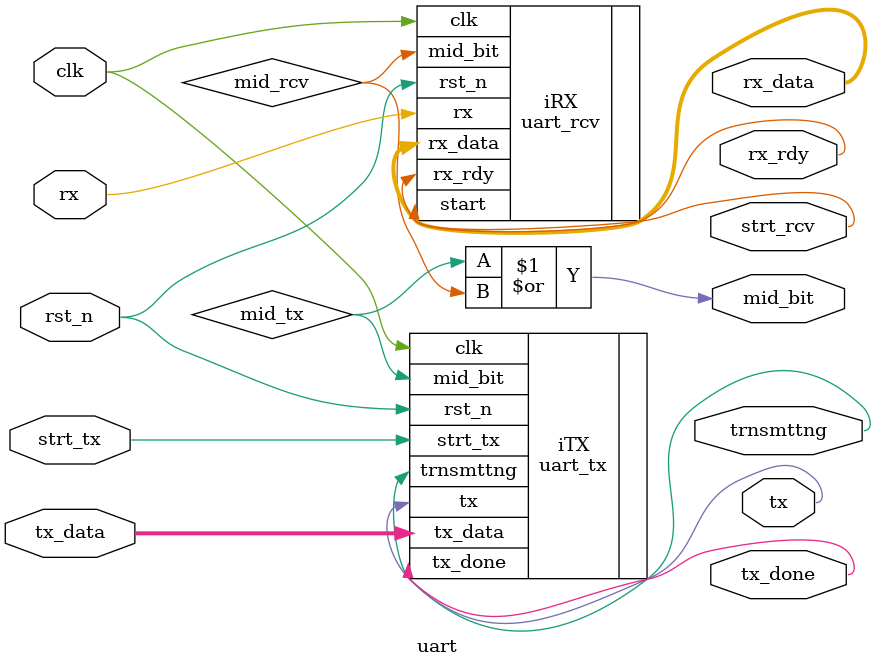
<source format=v>
module uart(clk,rst_n,rx,tx,rx_rdy,rx_data, strt_tx,tx_data,tx_done,mid_bit,trnsmttng,strt_rcv);

input clk,rst_n;		// clock and active low reset
input rx,strt_tx;		// strt_tx tells TX section to transmit tx_data
input [7:0] tx_data;		// byte to transmit
output tx,rx_rdy,tx_done;	// rx_rdy asserted when byte received,
output trnsmttng;		// output asserted when transmitting.  Used to enable tri-states
				// tx_done asserted when tranmission complete
output mid_bit;			// signal to CRC to tell it to sample and shift
output strt_rcv;		// signal to CRC to clear the signature register
output [7:0] rx_data;		// byte received

wire mid_tx,mid_rcv;

//////////////////////////////
// Instantiate Transmitter //
////////////////////////////
uart_tx iTX(.clk(clk), .rst_n(rst_n), .tx(tx), .strt_tx(strt_tx), .tx_data(tx_data),
            .tx_done(tx_done), .mid_bit(mid_tx), .trnsmttng(trnsmttng));

///////////////////////////
// Instantiate Receiver //
/////////////////////////
uart_rcv iRX(.clk(clk), .rst_n(rst_n), .rx(rx), .rx_rdy(rx_rdy),
        .rx_data(rx_data), .mid_bit(mid_rcv), .start(strt_rcv));

assign mid_bit = mid_tx | mid_rcv;

endmodule

</source>
